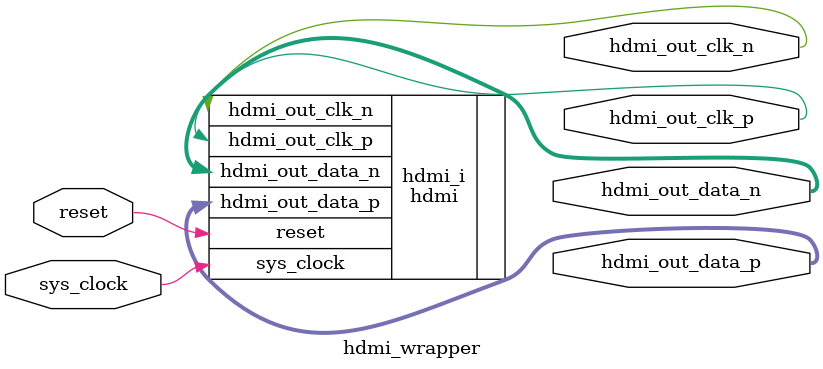
<source format=v>
`timescale 1 ps / 1 ps

module hdmi_wrapper
   (hdmi_out_clk_n,
    hdmi_out_clk_p,
    hdmi_out_data_n,
    hdmi_out_data_p,
    reset,
    sys_clock);
  output hdmi_out_clk_n;
  output hdmi_out_clk_p;
  output [2:0]hdmi_out_data_n;
  output [2:0]hdmi_out_data_p;
  input reset;
  input sys_clock;

  wire hdmi_out_clk_n;
  wire hdmi_out_clk_p;
  wire [2:0]hdmi_out_data_n;
  wire [2:0]hdmi_out_data_p;
  wire reset;
  wire sys_clock;

  hdmi hdmi_i
       (.hdmi_out_clk_n(hdmi_out_clk_n),
        .hdmi_out_clk_p(hdmi_out_clk_p),
        .hdmi_out_data_n(hdmi_out_data_n),
        .hdmi_out_data_p(hdmi_out_data_p),
        .reset(reset),
        .sys_clock(sys_clock));
endmodule

</source>
